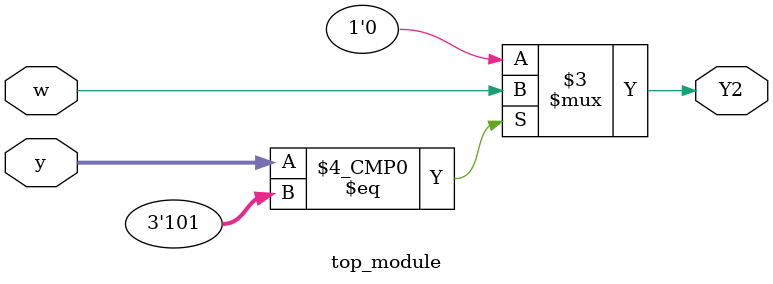
<source format=sv>
module top_module(
    input [3:1] y,
    input w,
    output reg Y2);
    
    always @(*) begin
        case(y)
            3'b000: Y2 = 1'b0;
            3'b001: Y2 = 1'b0;
            3'b010: Y2 = 1'b0;
            3'b011: Y2 = 1'b0;
            3'b100: Y2 = 1'b0;
            3'b101: Y2 = w;  // Set Y2 equal to w when in state F (101)
            default: Y2 = 1'b0;
        endcase
    end
    
endmodule

</source>
